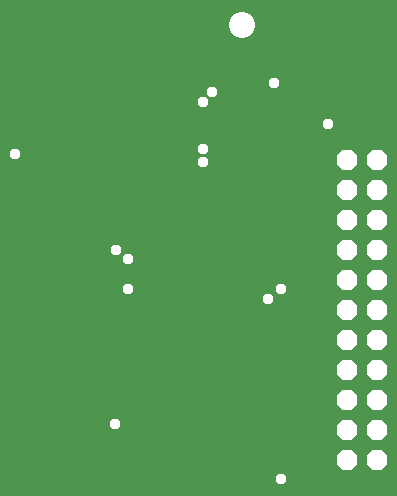
<source format=gbr>
G04 EAGLE Gerber RS-274X export*
G75*
%MOMM*%
%FSLAX34Y34*%
%LPD*%
%INSoldermask Bottom*%
%IPNEG*%
%AMOC8*
5,1,8,0,0,1.08239X$1,22.5*%
G01*
%ADD10C,2.203200*%
%ADD11P,1.869504X8X112.500000*%
%ADD12P,1.869504X8X292.500000*%
%ADD13C,0.959600*%


D10*
X558800Y457200D03*
D11*
X647700Y342900D03*
X647700Y165100D03*
X647700Y139700D03*
X647700Y114300D03*
D12*
X673100Y292100D03*
X673100Y266700D03*
X673100Y241300D03*
X673100Y215900D03*
X673100Y190500D03*
X673100Y165100D03*
X673100Y139700D03*
X673100Y342900D03*
X673100Y114300D03*
D11*
X647700Y88900D03*
D12*
X673100Y88900D03*
D11*
X647700Y317500D03*
D12*
X673100Y317500D03*
D11*
X647700Y292100D03*
X647700Y266700D03*
X647700Y241300D03*
X647700Y215900D03*
X647700Y190500D03*
D13*
X631825Y373063D03*
X592138Y73025D03*
X585788Y407988D03*
X450850Y119063D03*
X366713Y347663D03*
X525463Y352425D03*
X525463Y392113D03*
X525463Y341313D03*
X533400Y400050D03*
X581025Y225425D03*
X461963Y258763D03*
X452438Y266700D03*
X461963Y233363D03*
X592138Y233363D03*
M02*

</source>
